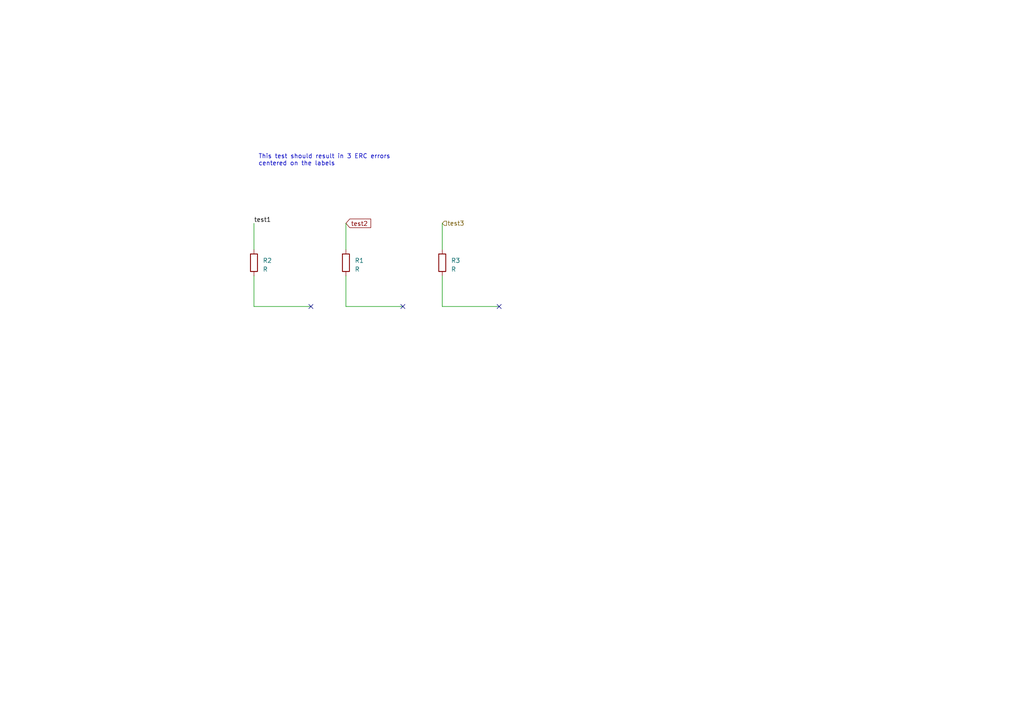
<source format=kicad_sch>
(kicad_sch (version 20220904) (generator eeschema)
  (paper "A4")
  (lib_symbols
    (symbol "Device:R" (pin_numbers hide) (pin_names (offset 0))
      (property "Reference" "R" (at 2.032 0 90))
      (property "Value" "R" (at 0 0 90))
      (symbol "R_0_1"
        (rectangle (start -1.016 -2.54) (end 1.016 2.54) (stroke (width 0.254)))
      )
      (symbol "R_1_1"
        (pin passive line (at 0 3.81 270) (length 1.27) (name "~") (number "1"))
        (pin passive line (at 0 -3.81 90) (length 1.27) (name "~") (number "2"))
      )
    )
  )
  (no_connect (at 90.17 88.9))
  (no_connect (at 144.78 88.9))
  (no_connect (at 116.84 88.9))
  (wire (pts (xy 73.66 80.01) (xy 73.66 88.9)))
  (wire (pts (xy 100.33 88.9) (xy 116.84 88.9)))
  (wire (pts (xy 73.66 88.9) (xy 90.17 88.9)))
  (wire (pts (xy 100.33 80.01) (xy 100.33 88.9)))
  (wire (pts (xy 128.27 64.77) (xy 128.27 72.39)))
  (wire (pts (xy 128.27 80.01) (xy 128.27 88.9)))
  (wire (pts (xy 100.33 64.77) (xy 100.33 72.39)))
  (wire (pts (xy 128.27 88.9) (xy 144.78 88.9)))
  (wire (pts (xy 73.66 64.77) (xy 73.66 72.39)))
  (text "This test should result in 3 ERC errors\ncentered on the labels" (at 74.93 48.26 0) (effects (font (size 1.27 1.27)) (justify left bottom)))
  (label "test1" (at 73.66 64.77 0))
  (global_label "test2" (shape input) (at 100.33 64.77 0) (property "Intersheetrefs" "${INTERSHEET_REFS}" (at 107.8546 64.77 0) (effects (justify left))))
  (hierarchical_label "test3" (shape input) (at 128.27 64.77 0))
  (symbol (lib_id "Device:R") (at 73.66 76.2 0) (unit 1)
    (default_instance (reference "R1") (unit 1) (value "R") (footprint ""))
    (property "Reference" "R2" (at 76.2 75.565 0) (effects (justify left)))
    (property "Value" "R" (at 76.2 78.105 0) (effects (justify left)))
  )
  (symbol (lib_id "Device:R") (at 128.27 76.2 0) (unit 1)
    (default_instance (reference "R1") (unit 1) (value "R") (footprint ""))
    (property "Reference" "R3" (at 130.81 75.565 0) (effects (justify left)))
    (property "Value" "R" (at 130.81 78.105 0) (effects (justify left)))
  )
  (symbol (lib_id "Device:R") (at 100.33 76.2 0) (unit 1)
    (default_instance (reference "R1") (unit 1) (value "R") (footprint ""))
    (property "Reference" "R1" (at 102.87 75.565 0) (effects (justify left)))
    (property "Value" "R" (at 102.87 78.105 0) (effects (justify left)))
  )
)
</source>
